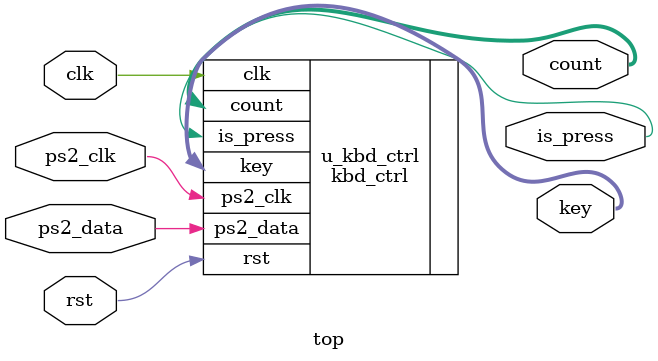
<source format=v>
`timescale 1ns / 1ps
module top(
        input clk,
        input rst,
        input ps2_clk,
        input ps2_data,
        output is_press,
        output [7:0] count,
        output [7:0] key
    );

    kbd_ctrl u_kbd_ctrl(
                 .clk        	( clk         ),
                 .rst       	( rst         ),
                 .ps2_clk    	( ps2_clk     ),
                 .ps2_data   	( ps2_data    ),
                 .is_press 	    ( is_press    ),
                 .count         ( count       ),
                 .key           ( key         )
             );

    hex7seg u_hex7seg(
                .b 	( b  ),
                .h 	( h  )
            );


endmodule

</source>
